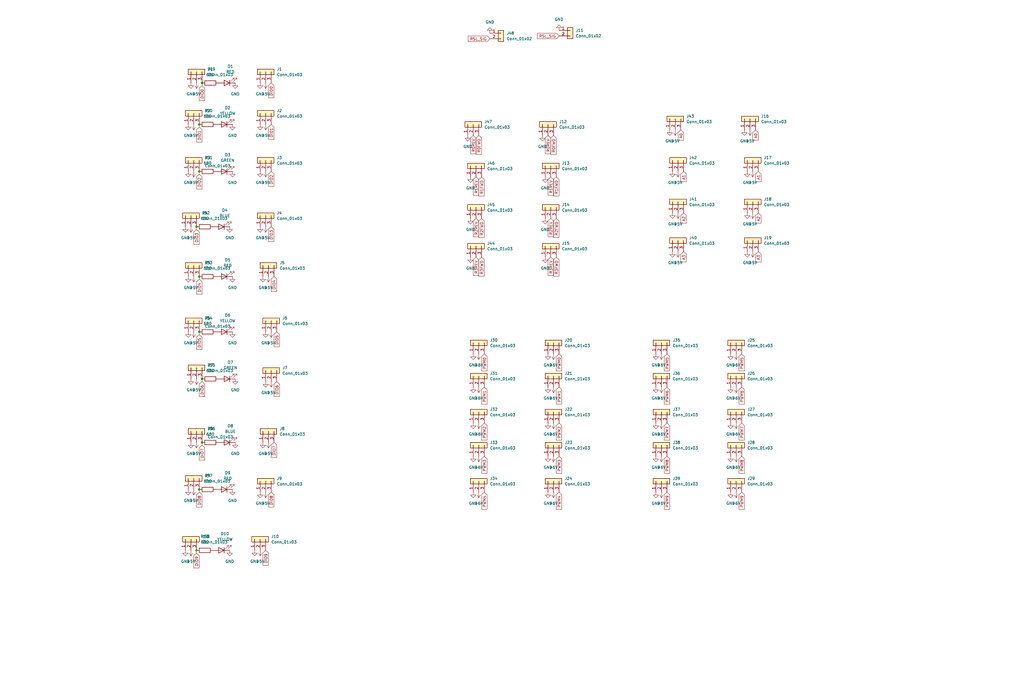
<source format=kicad_sch>
(kicad_sch (version 20230121) (generator eeschema)
  (paper "User" 469.9 317.906)
  (lib_symbols
    (symbol "Connector_Generic:Conn_01x02" (pin_names (offset 1.016) hide)
      (property "Reference" "J" (at 0 2.54 0))
      (property "Value" "Conn_01x02" (at 0 -5.08 0))
      (symbol "Conn_01x02_1_1"
        (rectangle (start -1.27 -2.413) (end 0 -2.667) (stroke (width 0.1524)))
        (rectangle (start -1.27 0.127) (end 0 -0.127) (stroke (width 0.1524)))
        (rectangle (start -1.27 1.27) (end 1.27 -3.81) (stroke (width 0.254)) (fill (type background)))
        (pin passive line (at -5.08 0 0) (length 3.81) (name "Pin_1") (number "1"))
        (pin passive line (at -5.08 -2.54 0) (length 3.81) (name "Pin_2") (number "2"))
      )
    )
    (symbol "Connector_Generic:Conn_01x03" (pin_names (offset 1.016) hide)
      (property "Reference" "J" (at 0 5.08 0))
      (property "Value" "Conn_01x03" (at 0 -5.08 0))
      (symbol "Conn_01x03_1_1"
        (rectangle (start -1.27 -2.413) (end 0 -2.667) (stroke (width 0.1524)))
        (rectangle (start -1.27 0.127) (end 0 -0.127) (stroke (width 0.1524)))
        (rectangle (start -1.27 2.667) (end 0 2.413) (stroke (width 0.1524)))
        (rectangle (start -1.27 3.81) (end 1.27 -3.81) (stroke (width 0.254)) (fill (type background)))
        (pin passive line (at -5.08 2.54 0) (length 3.81) (name "Pin_1") (number "1"))
        (pin passive line (at -5.08 0 0) (length 3.81) (name "Pin_2") (number "2"))
        (pin passive line (at -5.08 -2.54 0) (length 3.81) (name "Pin_3") (number "3"))
      )
    )
    (symbol "Device:LED" (pin_numbers hide) (pin_names (offset 1.016) hide)
      (property "Reference" "D" (at 0 2.54 0))
      (property "Value" "LED" (at 0 -2.54 0))
      (symbol "LED_0_1"
        (polyline (pts (xy -1.27 -1.27) (xy -1.27 1.27)) (stroke (width 0.254)))
        (polyline (pts (xy -1.27 0) (xy 1.27 0)))
        (polyline (pts (xy 1.27 -1.27) (xy 1.27 1.27) (xy -1.27 0) (xy 1.27 -1.27)) (stroke (width 0.254)))
        (polyline (pts (xy -3.048 -0.762) (xy -4.572 -2.286) (xy -3.81 -2.286) (xy -4.572 -2.286) (xy -4.572 -1.524)))
        (polyline (pts (xy -1.778 -0.762) (xy -3.302 -2.286) (xy -2.54 -2.286) (xy -3.302 -2.286) (xy -3.302 -1.524)))
      )
      (symbol "LED_1_1"
        (pin passive line (at -3.81 0 0) (length 2.54) (name "K") (number "1"))
        (pin passive line (at 3.81 0 180) (length 2.54) (name "A") (number "2"))
      )
    )
    (symbol "Device:R" (pin_numbers hide) (pin_names (offset 0))
      (property "Reference" "R" (at 2.032 0 90))
      (property "Value" "R" (at 0 0 90))
      (symbol "R_0_1"
        (rectangle (start -1.016 -2.54) (end 1.016 2.54) (stroke (width 0.254)))
      )
      (symbol "R_1_1"
        (pin passive line (at 0 3.81 270) (length 1.27) (name "~") (number "1"))
        (pin passive line (at 0 -3.81 90) (length 1.27) (name "~") (number "2"))
      )
    )
    (symbol "power:+5V" (power) (pin_names (offset 0))
      (property "Value" "+5V" (at 0 3.556 0))
      (symbol "+5V_0_1"
        (polyline (pts (xy -0.762 1.27) (xy 0 2.54)))
        (polyline (pts (xy 0 0) (xy 0 2.54)))
        (polyline (pts (xy 0 2.54) (xy 0.762 1.27)))
      )
      (symbol "+5V_1_1"
        (pin power_in line (at 0 0 90) (length 0) hide (name "+5V") (number "1"))
      )
    )
    (symbol "power:+6V" (power) (pin_names (offset 0))
      (property "Value" "+6V" (at 0 3.556 0))
      (symbol "+6V_0_1"
        (polyline (pts (xy -0.762 1.27) (xy 0 2.54)))
        (polyline (pts (xy 0 0) (xy 0 2.54)))
        (polyline (pts (xy 0 2.54) (xy 0.762 1.27)))
      )
      (symbol "+6V_1_1"
        (pin power_in line (at 0 0 90) (length 0) hide (name "+6V") (number "1"))
      )
    )
    (symbol "power:GND" (power) (pin_names (offset 0))
      (property "Value" "GND" (at 0 -3.81 0))
      (symbol "GND_0_1"
        (polyline (pts (xy 0 0) (xy 0 -1.27) (xy 1.27 -1.27) (xy 0 -2.54) (xy -1.27 -1.27) (xy 0 -1.27)))
      )
      (symbol "GND_1_1"
        (pin power_in line (at 0 0 270) (length 0) hide (name "GND") (number "1"))
      )
    )
  )
  (junction (at 91.44 224.79))
  (junction (at 91.44 152.4))
  (junction (at 90.17 252.73))
  (junction (at 92.71 173.99))
  (junction (at 92.71 203.2))
  (junction (at 91.44 78.74))
  (junction (at 92.71 38.1))
  (junction (at 90.17 104.14))
  (junction (at 91.44 57.15))
  (junction (at 91.44 127))
  (wire (pts (xy 91.44 58.42) (xy 91.44 57.15)))
  (wire (pts (xy 92.71 175.26) (xy 92.71 173.99)))
  (wire (pts (xy 91.44 128.27) (xy 91.44 127)))
  (wire (pts (xy 92.71 204.47) (xy 92.71 203.2)))
  (wire (pts (xy 91.44 80.01) (xy 91.44 78.74)))
  (wire (pts (xy 90.17 105.41) (xy 90.17 104.14)))
  (wire (pts (xy 91.44 226.06) (xy 91.44 224.79)))
  (wire (pts (xy 91.44 153.67) (xy 91.44 152.4)))
  (wire (pts (xy 92.71 39.37) (xy 92.71 38.1)))
  (wire (pts (xy 90.17 254) (xy 90.17 252.73)))
  (global_label "DIO8" (shape input) (at 91.44 226.06 270) (property "Intersheetrefs" "${INTERSHEET_REFS}" (effects hide)))
  (global_label "DIO9" (shape input) (at 121.92 252.73 270) (property "Intersheetrefs" "${INTERSHEET_REFS}" (effects hide)))
  (global_label "R0REV" (shape input) (at 217.17 62.23 270) (property "Intersheetrefs" "${INTERSHEET_REFS}" (effects hide)))
  (global_label "PWM2" (shape input) (at 222.25 194.31 270) (property "Intersheetrefs" "${INTERSHEET_REFS}" (effects hide)))
  (global_label "R3REV" (shape input) (at 252.73 118.11 270) (property "Intersheetrefs" "${INTERSHEET_REFS}" (effects hide)))
  (global_label "R1FWD" (shape input) (at 255.27 81.28 270) (property "Intersheetrefs" "${INTERSHEET_REFS}" (effects hide)))
  (global_label "R1REV" (shape input) (at 252.73 81.28 270) (property "Intersheetrefs" "${INTERSHEET_REFS}" (effects hide)))
  (global_label "PWM4" (shape input) (at 256.54 226.06 270) (property "Intersheetrefs" "${INTERSHEET_REFS}" (effects hide)))
  (global_label "PWM3" (shape input) (at 256.54 209.55 270) (property "Intersheetrefs" "${INTERSHEET_REFS}" (effects hide)))
  (global_label "DIO2" (shape input) (at 91.44 80.01 270) (property "Intersheetrefs" "${INTERSHEET_REFS}" (effects hide)))
  (global_label "RSL_SIG" (shape input) (at 224.79 17.78 180) (property "Intersheetrefs" "${INTERSHEET_REFS}" (effects hide)))
  (global_label "R1REV" (shape input) (at 218.44 81.28 270) (property "Intersheetrefs" "${INTERSHEET_REFS}" (effects hide)))
  (global_label "PWM1" (shape input) (at 222.25 177.8 270) (property "Intersheetrefs" "${INTERSHEET_REFS}" (effects hide)))
  (global_label "PWM0" (shape input) (at 256.54 162.56 270) (property "Intersheetrefs" "${INTERSHEET_REFS}" (effects hide)))
  (global_label "PWM8" (shape input) (at 306.07 209.55 270) (property "Intersheetrefs" "${INTERSHEET_REFS}" (effects hide)))
  (global_label "R2FWD" (shape input) (at 255.27 100.33 270) (property "Intersheetrefs" "${INTERSHEET_REFS}" (effects hide)))
  (global_label "PWM2" (shape input) (at 256.54 194.31 270) (property "Intersheetrefs" "${INTERSHEET_REFS}" (effects hide)))
  (global_label "DIO5" (shape input) (at 127 152.4 270) (property "Intersheetrefs" "${INTERSHEET_REFS}" (effects hide)))
  (global_label "A0" (shape input) (at 346.71 59.69 270) (property "Intersheetrefs" "${INTERSHEET_REFS}" (effects hide)))
  (global_label "DIO7" (shape input) (at 92.71 204.47 270) (property "Intersheetrefs" "${INTERSHEET_REFS}" (effects hide)))
  (global_label "R0REV" (shape input) (at 251.46 62.23 270) (property "Intersheetrefs" "${INTERSHEET_REFS}" (effects hide)))
  (global_label "A2" (shape input) (at 347.98 97.79 270) (property "Intersheetrefs" "${INTERSHEET_REFS}" (effects hide)))
  (global_label "R3FWD" (shape input) (at 255.27 118.11 270) (property "Intersheetrefs" "${INTERSHEET_REFS}" (effects hide)))
  (global_label "PWM6" (shape input) (at 306.07 177.8 270) (property "Intersheetrefs" "${INTERSHEET_REFS}" (effects hide)))
  (global_label "DIO2" (shape input) (at 124.46 78.74 270) (property "Intersheetrefs" "${INTERSHEET_REFS}" (effects hide)))
  (global_label "DIO1" (shape input) (at 91.44 58.42 270) (property "Intersheetrefs" "${INTERSHEET_REFS}" (effects hide)))
  (global_label "DIO6" (shape input) (at 127 175.26 270) (property "Intersheetrefs" "${INTERSHEET_REFS}" (effects hide)))
  (global_label "DIO4" (shape input) (at 91.44 128.27 270) (property "Intersheetrefs" "${INTERSHEET_REFS}" (effects hide)))
  (global_label "R1FWD" (shape input) (at 220.98 81.28 270) (property "Intersheetrefs" "${INTERSHEET_REFS}" (effects hide)))
  (global_label "A0" (shape input) (at 312.42 59.69 270) (property "Intersheetrefs" "${INTERSHEET_REFS}" (effects hide)))
  (global_label "PWM6" (shape input) (at 340.36 177.8 270) (property "Intersheetrefs" "${INTERSHEET_REFS}" (effects hide)))
  (global_label "DIO4" (shape input) (at 125.73 127 270) (property "Intersheetrefs" "${INTERSHEET_REFS}" (effects hide)))
  (global_label "DIO0" (shape input) (at 92.71 39.37 270) (property "Intersheetrefs" "${INTERSHEET_REFS}" (effects hide)))
  (global_label "R0FWD" (shape input) (at 254 62.23 270) (property "Intersheetrefs" "${INTERSHEET_REFS}" (effects hide)))
  (global_label "DIO0" (shape input) (at 124.46 38.1 270) (property "Intersheetrefs" "${INTERSHEET_REFS}" (effects hide)))
  (global_label "R2REV" (shape input) (at 218.44 100.33 270) (property "Intersheetrefs" "${INTERSHEET_REFS}" (effects hide)))
  (global_label "DIO3" (shape input) (at 90.17 105.41 270) (property "Intersheetrefs" "${INTERSHEET_REFS}" (effects hide)))
  (global_label "R3REV" (shape input) (at 218.44 118.11 270) (property "Intersheetrefs" "${INTERSHEET_REFS}" (effects hide)))
  (global_label "R2REV" (shape input) (at 252.73 100.33 270) (property "Intersheetrefs" "${INTERSHEET_REFS}" (effects hide)))
  (global_label "A1" (shape input) (at 347.98 78.74 270) (property "Intersheetrefs" "${INTERSHEET_REFS}" (effects hide)))
  (global_label "PWM7" (shape input) (at 340.36 194.31 270) (property "Intersheetrefs" "${INTERSHEET_REFS}" (effects hide)))
  (global_label "PWM9" (shape input) (at 340.36 226.06 270) (property "Intersheetrefs" "${INTERSHEET_REFS}" (effects hide)))
  (global_label "DIO7" (shape input) (at 125.73 203.2 270) (property "Intersheetrefs" "${INTERSHEET_REFS}" (effects hide)))
  (global_label "R3FWD" (shape input) (at 220.98 118.11 270) (property "Intersheetrefs" "${INTERSHEET_REFS}" (effects hide)))
  (global_label "DIO1" (shape input) (at 124.46 57.15 270) (property "Intersheetrefs" "${INTERSHEET_REFS}" (effects hide)))
  (global_label "RSL_SIG" (shape input) (at 256.54 16.51 180) (property "Intersheetrefs" "${INTERSHEET_REFS}" (effects hide)))
  (global_label "A2" (shape input) (at 313.69 97.79 270) (property "Intersheetrefs" "${INTERSHEET_REFS}" (effects hide)))
  (global_label "DIO6" (shape input) (at 92.71 175.26 270) (property "Intersheetrefs" "${INTERSHEET_REFS}" (effects hide)))
  (global_label "A1" (shape input) (at 313.69 78.74 270) (property "Intersheetrefs" "${INTERSHEET_REFS}" (effects hide)))
  (global_label "R0FWD" (shape input) (at 219.71 62.23 270) (property "Intersheetrefs" "${INTERSHEET_REFS}" (effects hide)))
  (global_label "PWM5" (shape input) (at 306.07 162.56 270) (property "Intersheetrefs" "${INTERSHEET_REFS}" (effects hide)))
  (global_label "A3" (shape input) (at 313.69 115.57 270) (property "Intersheetrefs" "${INTERSHEET_REFS}" (effects hide)))
  (global_label "PWM4" (shape input) (at 222.25 226.06 270) (property "Intersheetrefs" "${INTERSHEET_REFS}" (effects hide)))
  (global_label "DIO5" (shape input) (at 91.44 153.67 270) (property "Intersheetrefs" "${INTERSHEET_REFS}" (effects hide)))
  (global_label "PWM0" (shape input) (at 222.25 162.56 270) (property "Intersheetrefs" "${INTERSHEET_REFS}" (effects hide)))
  (global_label "DIO3" (shape input) (at 124.46 104.14 270) (property "Intersheetrefs" "${INTERSHEET_REFS}" (effects hide)))
  (global_label "PWM9" (shape input) (at 306.07 226.06 270) (property "Intersheetrefs" "${INTERSHEET_REFS}" (effects hide)))
  (global_label "PWM8" (shape input) (at 340.36 209.55 270) (property "Intersheetrefs" "${INTERSHEET_REFS}" (effects hide)))
  (global_label "R2FWD" (shape input) (at 220.98 100.33 270) (property "Intersheetrefs" "${INTERSHEET_REFS}" (effects hide)))
  (global_label "A3" (shape input) (at 347.98 115.57 270) (property "Intersheetrefs" "${INTERSHEET_REFS}" (effects hide)))
  (global_label "DIO9" (shape input) (at 90.17 254 270) (property "Intersheetrefs" "${INTERSHEET_REFS}" (effects hide)))
  (global_label "PWM5" (shape input) (at 340.36 162.56 270) (property "Intersheetrefs" "${INTERSHEET_REFS}" (effects hide)))
  (global_label "DIO8" (shape input) (at 124.46 226.06 270) (property "Intersheetrefs" "${INTERSHEET_REFS}" (effects hide)))
  (global_label "PWM1" (shape input) (at 256.54 177.8 270) (property "Intersheetrefs" "${INTERSHEET_REFS}" (effects hide)))
  (global_label "PWM3" (shape input) (at 222.25 209.55 270) (property "Intersheetrefs" "${INTERSHEET_REFS}" (effects hide)))
  (global_label "PWM7" (shape input) (at 306.07 194.31 270) (property "Intersheetrefs" "${INTERSHEET_REFS}" (effects hide)))
  (symbol (lib_id "power:GND") (at 106.68 78.74 0) (unit 1)
    (property "Reference" "#PWR0102" (effects hide))
    (property "Value" "GND" (at 106.68 83.82 0))
  )
  (symbol (lib_id "power:+5V") (at 90.17 173.99 180) (unit 1)
    (property "Reference" "#PWR0121" (effects hide))
    (property "Value" "+5V" (at 90.17 179.07 0))
  )
  (symbol (lib_id "power:GND") (at 116.84 252.73 0) (unit 1)
    (property "Reference" "#PWR0145" (effects hide))
    (property "Value" "GND" (at 116.84 257.81 0))
  )
  (symbol (lib_id "power:GND") (at 307.34 59.69 0) (unit 1)
    (property "Reference" "#PWR03" (effects hide))
    (property "Value" "GND" (at 307.34 64.77 0))
  )
  (symbol (lib_id "power:GND") (at 120.65 127 0) (unit 1)
    (property "Reference" "#PWR0140" (effects hide))
    (property "Value" "GND" (at 120.65 132.08 0))
  )
  (symbol (lib_id "power:+5V") (at 90.17 203.2 180) (unit 1)
    (property "Reference" "#PWR0125" (effects hide))
    (property "Value" "+5V" (at 90.17 208.28 0))
  )
  (symbol (lib_id "power:+5V") (at 121.92 78.74 180) (unit 1)
    (property "Reference" "#PWR0131" (effects hide))
    (property "Value" "+5V" (at 121.92 83.82 0))
  )
  (symbol (lib_id "Connector_Generic:Conn_01x03") (at 219.71 157.48 90) (unit 1)
    (property "Reference" "J30" (at 224.79 156.2099 90) (effects (justify right)))
    (property "Value" "Conn_01x03" (at 224.79 158.7499 90) (effects (justify right)))
    (property "Footprint" "Connector_PinSocket_2.54mm:PinSocket_1x03_P2.54mm_Vertical" (effects hide))
  )
  (symbol (lib_id "power:+6V") (at 254 177.8 180) (unit 1)
    (property "Reference" "#PWR0157" (effects hide))
    (property "Value" "+6V" (at 254 182.88 0))
  )
  (symbol (lib_id "Connector_Generic:Conn_01x03") (at 303.53 157.48 90) (unit 1)
    (property "Reference" "J35" (at 308.61 156.2099 90) (effects (justify right)))
    (property "Value" "Conn_01x03" (at 308.61 158.7499 90) (effects (justify right)))
    (property "Footprint" "Connector_PinSocket_2.54mm:PinSocket_1x03_P2.54mm_Vertical" (effects hide))
  )
  (symbol (lib_id "Connector_Generic:Conn_01x03") (at 337.82 172.72 90) (unit 1)
    (property "Reference" "J26" (at 342.9 171.4499 90) (effects (justify right)))
    (property "Value" "Conn_01x03" (at 342.9 173.9899 90) (effects (justify right)))
    (property "Footprint" "Connector_JST:JST_XH_B3B-XH-A_1x03_P2.50mm_Vertical" (effects hide))
  )
  (symbol (lib_id "power:+5V") (at 121.92 57.15 180) (unit 1)
    (property "Reference" "#PWR0136" (effects hide))
    (property "Value" "+5V" (at 121.92 62.23 0))
  )
  (symbol (lib_id "power:+5V") (at 311.15 115.57 180) (unit 1)
    (property "Reference" "#PWR010" (effects hide))
    (property "Value" "+5V" (at 311.15 120.65 0))
  )
  (symbol (lib_id "power:+6V") (at 254 162.56 180) (unit 1)
    (property "Reference" "#PWR0177" (effects hide))
    (property "Value" "+6V" (at 254 167.64 0))
  )
  (symbol (lib_id "power:+6V") (at 219.71 177.8 180) (unit 1)
    (property "Reference" "#PWR0175" (effects hide))
    (property "Value" "+6V" (at 219.71 182.88 0))
  )
  (symbol (lib_id "Connector_Generic:Conn_01x03") (at 345.44 110.49 90) (unit 1)
    (property "Reference" "J19" (at 350.52 109.2199 90) (effects (justify right)))
    (property "Value" "Conn_01x03" (at 350.52 111.7599 90) (effects (justify right)))
    (property "Footprint" "Connector_JST:JST_XH_B3B-XH-A_1x03_P2.50mm_Vertical" (effects hide))
  )
  (symbol (lib_id "Connector_Generic:Conn_01x03") (at 303.53 220.98 90) (unit 1)
    (property "Reference" "J39" (at 308.61 219.7099 90) (effects (justify right)))
    (property "Value" "Conn_01x03" (at 308.61 222.2499 90) (effects (justify right)))
    (property "Footprint" "Connector_PinSocket_2.54mm:PinSocket_1x03_P2.54mm_Vertical" (effects hide))
  )
  (symbol (lib_id "power:GND") (at 251.46 226.06 0) (unit 1)
    (property "Reference" "#PWR0167" (effects hide))
    (property "Value" "GND" (at 251.46 231.14 0))
  )
  (symbol (lib_id "Device:LED") (at 102.87 127 180) (unit 1)
    (property "Reference" "D5" (at 104.4575 119.38 0))
    (property "Value" "RED" (at 104.4575 121.92 0))
    (property "Footprint" "LED_SMD:LED_0603_1608Metric" (effects hide))
  )
  (symbol (lib_id "power:GND") (at 87.63 38.1 0) (unit 1)
    (property "Reference" "#PWR0106" (effects hide))
    (property "Value" "GND" (at 87.63 43.18 0))
  )
  (symbol (lib_id "power:+6V") (at 337.82 226.06 180) (unit 1)
    (property "Reference" "#PWR0196" (effects hide))
    (property "Value" "+6V" (at 337.82 231.14 0))
  )
  (symbol (lib_id "power:GND") (at 121.92 152.4 0) (unit 1)
    (property "Reference" "#PWR0138" (effects hide))
    (property "Value" "GND" (at 121.92 157.48 0))
  )
  (symbol (lib_id "power:+5V") (at 123.19 203.2 180) (unit 1)
    (property "Reference" "#PWR0149" (effects hide))
    (property "Value" "+5V" (at 123.19 208.28 0))
  )
  (symbol (lib_id "Connector_Generic:Conn_01x03") (at 337.82 220.98 90) (unit 1)
    (property "Reference" "J29" (at 342.9 219.7099 90) (effects (justify right)))
    (property "Value" "Conn_01x03" (at 342.9 222.2499 90) (effects (justify right)))
    (property "Footprint" "Connector_JST:JST_XH_B3B-XH-A_1x03_P2.50mm_Vertical" (effects hide))
  )
  (symbol (lib_id "power:GND") (at 86.36 127 0) (unit 1)
    (property "Reference" "#PWR0111" (effects hide))
    (property "Value" "GND" (at 86.36 132.08 0))
  )
  (symbol (lib_id "Device:R") (at 93.98 104.14 90) (unit 1)
    (property "Reference" "R4" (at 93.98 97.79 90))
    (property "Value" "680" (at 93.98 100.33 90))
    (property "Footprint" "Resistor_SMD:R_0603_1608Metric" (effects hide))
  )
  (symbol (lib_id "Connector_Generic:Conn_01x03") (at 218.44 95.25 90) (unit 1)
    (property "Reference" "J45" (at 223.52 93.9799 90) (effects (justify right)))
    (property "Value" "Conn_01x03" (at 223.52 96.5199 90) (effects (justify right)))
    (property "Footprint" "Connector_PinSocket_2.54mm:PinSocket_1x03_P2.54mm_Vertical" (effects hide))
  )
  (symbol (lib_id "power:+5V") (at 309.88 59.69 180) (unit 1)
    (property "Reference" "#PWR07" (effects hide))
    (property "Value" "+5V" (at 309.88 64.77 0))
  )
  (symbol (lib_id "power:GND") (at 256.54 13.97 180) (unit 1)
    (property "Reference" "#PWR02" (effects hide))
    (property "Value" "GND" (at 256.54 8.89 0))
  )
  (symbol (lib_id "Device:LED") (at 104.14 203.2 180) (unit 1)
    (property "Reference" "D8" (at 105.7275 195.58 0))
    (property "Value" "BLUE" (at 105.7275 198.12 0))
    (property "Footprint" "LED_SMD:LED_0603_1608Metric" (effects hide))
  )
  (symbol (lib_id "Device:R") (at 95.25 152.4 90) (unit 1)
    (property "Reference" "R6" (at 95.25 146.05 90))
    (property "Value" "680" (at 95.25 148.59 90))
    (property "Footprint" "Resistor_SMD:R_0603_1608Metric" (effects hide))
  )
  (symbol (lib_id "Device:R") (at 95.25 78.74 90) (unit 1)
    (property "Reference" "R3" (at 95.25 72.39 90))
    (property "Value" "680" (at 95.25 74.93 90))
    (property "Footprint" "Resistor_SMD:R_0603_1608Metric" (effects hide))
  )
  (symbol (lib_id "power:GND") (at 250.19 118.11 0) (unit 1)
    (property "Reference" "#PWR0158" (effects hide))
    (property "Value" "GND" (at 250.19 123.19 0))
  )
  (symbol (lib_id "Connector_Generic:Conn_01x03") (at 303.53 204.47 90) (unit 1)
    (property "Reference" "J38" (at 308.61 203.1999 90) (effects (justify right)))
    (property "Value" "Conn_01x03" (at 308.61 205.7399 90) (effects (justify right)))
    (property "Footprint" "Connector_PinSocket_2.54mm:PinSocket_1x03_P2.54mm_Vertical" (effects hide))
  )
  (symbol (lib_id "power:GND") (at 106.68 152.4 0) (unit 1)
    (property "Reference" "#PWR0120" (effects hide))
    (property "Value" "GND" (at 106.68 157.48 0))
  )
  (symbol (lib_id "Connector_Generic:Conn_01x03") (at 90.17 198.12 90) (unit 1)
    (property "Reference" "J56" (at 95.25 196.8499 90) (effects (justify right)))
    (property "Value" "Conn_01x03" (at 95.25 200.6599 90) (effects (justify right)))
    (property "Footprint" "Connector_PinSocket_2.54mm:PinSocket_1x03_P2.54mm_Vertical" (effects hide))
  )
  (symbol (lib_id "power:GND") (at 342.9 78.74 0) (unit 1)
    (property "Reference" "#PWR012" (effects hide))
    (property "Value" "GND" (at 342.9 83.82 0))
  )
  (symbol (lib_id "power:GND") (at 119.38 104.14 0) (unit 1)
    (property "Reference" "#PWR0141" (effects hide))
    (property "Value" "GND" (at 119.38 109.22 0))
  )
  (symbol (lib_id "power:+5V") (at 87.63 104.14 180) (unit 1)
    (property "Reference" "#PWR0109" (effects hide))
    (property "Value" "+5V" (at 87.63 109.22 0))
  )
  (symbol (lib_id "Device:R") (at 95.25 127 90) (unit 1)
    (property "Reference" "R5" (at 95.25 120.65 90))
    (property "Value" "680" (at 95.25 123.19 90))
    (property "Footprint" "Resistor_SMD:R_0603_1608Metric" (effects hide))
  )
  (symbol (lib_id "power:GND") (at 215.9 81.28 0) (unit 1)
    (property "Reference" "#PWR0159" (effects hide))
    (property "Value" "GND" (at 215.9 86.36 0))
  )
  (symbol (lib_id "power:+5V") (at 124.46 175.26 180) (unit 1)
    (property "Reference" "#PWR0148" (effects hide))
    (property "Value" "+5V" (at 124.46 180.34 0))
  )
  (symbol (lib_id "power:GND") (at 86.36 224.79 0) (unit 1)
    (property "Reference" "#PWR0128" (effects hide))
    (property "Value" "GND" (at 86.36 229.87 0))
  )
  (symbol (lib_id "power:+5V") (at 311.15 78.74 180) (unit 1)
    (property "Reference" "#PWR08" (effects hide))
    (property "Value" "+5V" (at 311.15 83.82 0))
  )
  (symbol (lib_id "Connector_Generic:Conn_01x02") (at 229.87 15.24 0) (unit 1)
    (property "Reference" "J48" (at 232.41 15.2399 0) (effects (justify left)))
    (property "Value" "Conn_01x02" (at 232.41 17.7799 0) (effects (justify left)))
    (property "Footprint" "Connector_PinSocket_2.54mm:PinSocket_1x02_P2.54mm_Vertical" (effects hide))
  )
  (symbol (lib_id "Connector_Generic:Conn_01x03") (at 124.46 170.18 90) (unit 1)
    (property "Reference" "J7" (at 129.54 168.9099 90) (effects (justify right)))
    (property "Value" "Conn_01x03" (at 129.54 171.4499 90) (effects (justify right)))
    (property "Footprint" "Connector_JST:JST_XH_B3B-XH-A_1x03_P2.50mm_Vertical" (effects hide))
  )
  (symbol (lib_id "power:+6V") (at 219.71 226.06 180) (unit 1)
    (property "Reference" "#PWR0171" (effects hide))
    (property "Value" "+6V" (at 219.71 231.14 0))
  )
  (symbol (lib_id "Connector_Generic:Conn_01x03") (at 345.44 92.71 90) (unit 1)
    (property "Reference" "J18" (at 350.52 91.4399 90) (effects (justify right)))
    (property "Value" "Conn_01x03" (at 350.52 93.9799 90) (effects (justify right)))
    (property "Footprint" "Connector_JST:JST_XH_B3B-XH-A_1x03_P2.50mm_Vertical" (effects hide))
  )
  (symbol (lib_id "Connector_Generic:Conn_01x03") (at 303.53 172.72 90) (unit 1)
    (property "Reference" "J36" (at 308.61 171.4499 90) (effects (justify right)))
    (property "Value" "Conn_01x03" (at 308.61 173.9899 90) (effects (justify right)))
    (property "Footprint" "Connector_PinSocket_2.54mm:PinSocket_1x03_P2.54mm_Vertical" (effects hide))
  )
  (symbol (lib_id "Connector_Generic:Conn_01x03") (at 311.15 92.71 90) (unit 1)
    (property "Reference" "J41" (at 316.23 91.4399 90) (effects (justify right)))
    (property "Value" "Conn_01x03" (at 316.23 93.9799 90) (effects (justify right)))
    (property "Footprint" "Connector_PinSocket_2.54mm:PinSocket_1x03_P2.54mm_Vertical" (effects hide))
  )
  (symbol (lib_id "power:GND") (at 217.17 162.56 0) (unit 1)
    (property "Reference" "#PWR0174" (effects hide))
    (property "Value" "GND" (at 217.17 167.64 0))
  )
  (symbol (lib_id "Device:LED") (at 101.6 252.73 180) (unit 1)
    (property "Reference" "D10" (at 103.1875 245.11 0))
    (property "Value" "YELLOW" (at 103.1875 247.65 0))
    (property "Footprint" "LED_SMD:LED_0603_1608Metric" (effects hide))
  )
  (symbol (lib_id "power:GND") (at 105.41 104.14 0) (unit 1)
    (property "Reference" "#PWR0122" (effects hide))
    (property "Value" "GND" (at 105.41 109.22 0))
  )
  (symbol (lib_id "Connector_Generic:Conn_01x03") (at 119.38 247.65 90) (unit 1)
    (property "Reference" "J10" (at 124.46 246.3799 90) (effects (justify right)))
    (property "Value" "Conn_01x03" (at 124.46 248.9199 90) (effects (justify right)))
    (property "Footprint" "Connector_JST:JST_XH_B3B-XH-A_1x03_P2.50mm_Vertical" (effects hide))
  )
  (symbol (lib_id "power:GND") (at 342.9 115.57 0) (unit 1)
    (property "Reference" "#PWR014" (effects hide))
    (property "Value" "GND" (at 342.9 120.65 0))
  )
  (symbol (lib_id "Device:LED") (at 101.6 104.14 180) (unit 1)
    (property "Reference" "D4" (at 103.1875 96.52 0))
    (property "Value" "BLUE" (at 103.1875 99.06 0))
    (property "Footprint" "LED_SMD:LED_0603_1608Metric" (effects hide))
  )
  (symbol (lib_id "power:+6V") (at 303.53 194.31 180) (unit 1)
    (property "Reference" "#PWR0197" (effects hide))
    (property "Value" "+6V" (at 303.53 199.39 0))
  )
  (symbol (lib_id "power:+5V") (at 121.92 226.06 180) (unit 1)
    (property "Reference" "#PWR0143" (effects hide))
    (property "Value" "+5V" (at 121.92 231.14 0))
  )
  (symbol (lib_id "Connector_Generic:Conn_01x03") (at 337.82 204.47 90) (unit 1)
    (property "Reference" "J28" (at 342.9 203.1999 90) (effects (justify right)))
    (property "Value" "Conn_01x03" (at 342.9 205.7399 90) (effects (justify right)))
    (property "Footprint" "Connector_JST:JST_XH_B3B-XH-A_1x03_P2.50mm_Vertical" (effects hide))
  )
  (symbol (lib_id "power:GND") (at 87.63 203.2 0) (unit 1)
    (property "Reference" "#PWR0115" (effects hide))
    (property "Value" "GND" (at 87.63 208.28 0))
  )
  (symbol (lib_id "Connector_Generic:Conn_01x03") (at 254 204.47 90) (unit 1)
    (property "Reference" "J23" (at 259.08 203.1999 90) (effects (justify right)))
    (property "Value" "Conn_01x03" (at 259.08 205.7399 90) (effects (justify right)))
    (property "Footprint" "Connector_JST:JST_XH_B3B-XH-A_1x03_P2.50mm_Vertical" (effects hide))
  )
  (symbol (lib_id "Connector_Generic:Conn_01x03") (at 254 157.48 90) (unit 1)
    (property "Reference" "J20" (at 259.08 156.2099 90) (effects (justify right)))
    (property "Value" "Conn_01x03" (at 259.08 158.7499 90) (effects (justify right)))
    (property "Footprint" "Connector_JST:JST_XH_B3B-XH-A_1x03_P2.50mm_Vertical" (effects hide))
  )
  (symbol (lib_id "power:+6V") (at 254 226.06 180) (unit 1)
    (property "Reference" "#PWR0166" (effects hide))
    (property "Value" "+6V" (at 254 231.14 0))
  )
  (symbol (lib_id "Connector_Generic:Conn_01x03") (at 121.92 73.66 90) (unit 1)
    (property "Reference" "J3" (at 127 72.3899 90) (effects (justify right)))
    (property "Value" "Conn_01x03" (at 127 74.9299 90) (effects (justify right)))
    (property "Footprint" "Connector_JST:JST_XH_B3B-XH-A_1x03_P2.50mm_Vertical" (effects hide))
  )
  (symbol (lib_id "power:GND") (at 251.46 177.8 0) (unit 1)
    (property "Reference" "#PWR0156" (effects hide))
    (property "Value" "GND" (at 251.46 182.88 0))
  )
  (symbol (lib_id "power:GND") (at 300.99 209.55 0) (unit 1)
    (property "Reference" "#PWR0179" (effects hide))
    (property "Value" "GND" (at 300.99 214.63 0))
  )
  (symbol (lib_id "power:GND") (at 308.61 78.74 0) (unit 1)
    (property "Reference" "#PWR04" (effects hide))
    (property "Value" "GND" (at 308.61 83.82 0))
  )
  (symbol (lib_id "Connector_Generic:Conn_01x03") (at 251.46 57.15 90) (unit 1)
    (property "Reference" "J12" (at 256.54 55.8799 90) (effects (justify right)))
    (property "Value" "Conn_01x03" (at 256.54 58.4199 90) (effects (justify right)))
    (property "Footprint" "Connector_JST:JST_XH_B3B-XH-A_1x03_P2.50mm_Vertical" (effects hide))
  )
  (symbol (lib_id "power:GND") (at 217.17 177.8 0) (unit 1)
    (property "Reference" "#PWR0176" (effects hide))
    (property "Value" "GND" (at 217.17 182.88 0))
  )
  (symbol (lib_id "Connector_Generic:Conn_01x03") (at 337.82 189.23 90) (unit 1)
    (property "Reference" "J27" (at 342.9 187.9599 90) (effects (justify right)))
    (property "Value" "Conn_01x03" (at 342.9 190.4999 90) (effects (justify right)))
    (property "Footprint" "Connector_JST:JST_XH_B3B-XH-A_1x03_P2.50mm_Vertical" (effects hide))
  )
  (symbol (lib_id "Device:LED") (at 102.87 78.74 180) (unit 1)
    (property "Reference" "D3" (at 104.4575 71.12 0))
    (property "Value" "GREEN" (at 104.4575 73.66 0))
    (property "Footprint" "LED_SMD:LED_0603_1608Metric" (effects hide))
  )
  (symbol (lib_id "Connector_Generic:Conn_01x03") (at 254 172.72 90) (unit 1)
    (property "Reference" "J21" (at 259.08 171.4499 90) (effects (justify right)))
    (property "Value" "Conn_01x03" (at 259.08 173.9899 90) (effects (justify right)))
    (property "Footprint" "Connector_JST:JST_XH_B3B-XH-A_1x03_P2.50mm_Vertical" (effects hide))
  )
  (symbol (lib_id "power:GND") (at 85.09 104.14 0) (unit 1)
    (property "Reference" "#PWR0110" (effects hide))
    (property "Value" "GND" (at 85.09 109.22 0))
  )
  (symbol (lib_id "power:+5V") (at 121.92 38.1 180) (unit 1)
    (property "Reference" "#PWR0133" (effects hide))
    (property "Value" "+5V" (at 121.92 43.18 0))
  )
  (symbol (lib_id "power:GND") (at 86.36 78.74 0) (unit 1)
    (property "Reference" "#PWR0104" (effects hide))
    (property "Value" "GND" (at 86.36 83.82 0))
  )
  (symbol (lib_id "Connector_Generic:Conn_01x03") (at 254 189.23 90) (unit 1)
    (property "Reference" "J22" (at 259.08 187.9599 90) (effects (justify right)))
    (property "Value" "Conn_01x03" (at 259.08 190.4999 90) (effects (justify right)))
    (property "Footprint" "Connector_JST:JST_XH_B3B-XH-A_1x03_P2.50mm_Vertical" (effects hide))
  )
  (symbol (lib_id "Connector_Generic:Conn_01x03") (at 303.53 189.23 90) (unit 1)
    (property "Reference" "J37" (at 308.61 187.9599 90) (effects (justify right)))
    (property "Value" "Conn_01x03" (at 308.61 190.4999 90) (effects (justify right)))
    (property "Footprint" "Connector_PinSocket_2.54mm:PinSocket_1x03_P2.54mm_Vertical" (effects hide))
  )
  (symbol (lib_id "Connector_Generic:Conn_01x03") (at 311.15 110.49 90) (unit 1)
    (property "Reference" "J40" (at 316.23 109.2199 90) (effects (justify right)))
    (property "Value" "Conn_01x03" (at 316.23 111.7599 90) (effects (justify right)))
    (property "Footprint" "Connector_PinSocket_2.54mm:PinSocket_1x03_P2.54mm_Vertical" (effects hide))
  )
  (symbol (lib_id "power:GND") (at 335.28 162.56 0) (unit 1)
    (property "Reference" "#PWR0183" (effects hide))
    (property "Value" "GND" (at 335.28 167.64 0))
  )
  (symbol (lib_id "power:GND") (at 335.28 226.06 0) (unit 1)
    (property "Reference" "#PWR0195" (effects hide))
    (property "Value" "GND" (at 335.28 231.14 0))
  )
  (symbol (lib_id "Connector_Generic:Conn_01x03") (at 121.92 52.07 90) (unit 1)
    (property "Reference" "J2" (at 127 50.7999 90) (effects (justify right)))
    (property "Value" "Conn_01x03" (at 127 53.3399 90) (effects (justify right)))
    (property "Footprint" "Connector_JST:JST_XH_B3B-XH-A_1x03_P2.50mm_Vertical" (effects hide))
  )
  (symbol (lib_id "power:+5V") (at 345.44 115.57 180) (unit 1)
    (property "Reference" "#PWR018" (effects hide))
    (property "Value" "+5V" (at 345.44 120.65 0))
  )
  (symbol (lib_id "power:GND") (at 120.65 203.2 0) (unit 1)
    (property "Reference" "#PWR0150" (effects hide))
    (property "Value" "GND" (at 120.65 208.28 0))
  )
  (symbol (lib_id "power:GND") (at 308.61 115.57 0) (unit 1)
    (property "Reference" "#PWR06" (effects hide))
    (property "Value" "GND" (at 308.61 120.65 0))
  )
  (symbol (lib_id "Connector_Generic:Conn_01x02") (at 261.62 13.97 0) (unit 1)
    (property "Reference" "J11" (at 264.16 13.9699 0) (effects (justify left)))
    (property "Value" "Conn_01x02" (at 264.16 16.5099 0) (effects (justify left)))
    (property "Footprint" "Connector_JST:JST_XH_B2B-XH-A_1x02_P2.50mm_Vertical" (effects hide))
  )
  (symbol (lib_id "power:GND") (at 251.46 162.56 0) (unit 1)
    (property "Reference" "#PWR0178" (effects hide))
    (property "Value" "GND" (at 251.46 167.64 0))
  )
  (symbol (lib_id "Connector_Generic:Conn_01x03") (at 121.92 33.02 90) (unit 1)
    (property "Reference" "J1" (at 127 31.7499 90) (effects (justify right)))
    (property "Value" "Conn_01x03" (at 127 34.2899 90) (effects (justify right)))
    (property "Footprint" "Connector_JST:JST_XH_B3B-XH-A_1x03_P2.50mm_Vertical" (effects hide))
  )
  (symbol (lib_id "Connector_Generic:Conn_01x03") (at 124.46 147.32 90) (unit 1)
    (property "Reference" "J6" (at 129.54 146.0499 90) (effects (justify right)))
    (property "Value" "Conn_01x03" (at 129.54 148.5899 90) (effects (justify right)))
    (property "Footprint" "Connector_JST:JST_XH_B3B-XH-A_1x03_P2.50mm_Vertical" (effects hide))
  )
  (symbol (lib_id "power:+5V") (at 88.9 78.74 180) (unit 1)
    (property "Reference" "#PWR0103" (effects hide))
    (property "Value" "+5V" (at 88.9 83.82 0))
  )
  (symbol (lib_id "power:GND") (at 214.63 62.23 0) (unit 1)
    (property "Reference" "#PWR0161" (effects hide))
    (property "Value" "GND" (at 214.63 67.31 0))
  )
  (symbol (lib_id "power:+6V") (at 337.82 194.31 180) (unit 1)
    (property "Reference" "#PWR0192" (effects hide))
    (property "Value" "+6V" (at 337.82 199.39 0))
  )
  (symbol (lib_id "power:GND") (at 342.9 97.79 0) (unit 1)
    (property "Reference" "#PWR013" (effects hide))
    (property "Value" "GND" (at 342.9 102.87 0))
  )
  (symbol (lib_id "power:GND") (at 119.38 226.06 0) (unit 1)
    (property "Reference" "#PWR0144" (effects hide))
    (property "Value" "GND" (at 119.38 231.14 0))
  )
  (symbol (lib_id "power:GND") (at 119.38 57.15 0) (unit 1)
    (property "Reference" "#PWR0134" (effects hide))
    (property "Value" "GND" (at 119.38 62.23 0))
  )
  (symbol (lib_id "power:+6V") (at 254 194.31 180) (unit 1)
    (property "Reference" "#PWR0154" (effects hide))
    (property "Value" "+6V" (at 254 199.39 0))
  )
  (symbol (lib_id "power:+5V") (at 345.44 97.79 180) (unit 1)
    (property "Reference" "#PWR017" (effects hide))
    (property "Value" "+5V" (at 345.44 102.87 0))
  )
  (symbol (lib_id "Connector_Generic:Conn_01x03") (at 87.63 99.06 90) (unit 1)
    (property "Reference" "J52" (at 92.71 97.7899 90) (effects (justify right)))
    (property "Value" "Conn_01x03" (at 92.71 100.3299 90) (effects (justify right)))
    (property "Footprint" "Connector_PinSocket_2.54mm:PinSocket_1x03_P2.54mm_Vertical" (effects hide))
  )
  (symbol (lib_id "Device:LED") (at 104.14 173.99 180) (unit 1)
    (property "Reference" "D7" (at 105.7275 166.37 0))
    (property "Value" "GREEN" (at 105.7275 168.91 0))
    (property "Footprint" "LED_SMD:LED_0603_1608Metric" (effects hide))
  )
  (symbol (lib_id "Device:LED") (at 102.87 57.15 180) (unit 1)
    (property "Reference" "D2" (at 104.4575 49.53 0))
    (property "Value" "YELLOW" (at 104.4575 52.07 0))
    (property "Footprint" "LED_SMD:LED_0603_1608Metric" (effects hide))
  )
  (symbol (lib_id "power:+5V") (at 345.44 78.74 180) (unit 1)
    (property "Reference" "#PWR016" (effects hide))
    (property "Value" "+5V" (at 345.44 83.82 0))
  )
  (symbol (lib_id "power:GND") (at 250.19 81.28 0) (unit 1)
    (property "Reference" "#PWR0164" (effects hide))
    (property "Value" "GND" (at 250.19 86.36 0))
  )
  (symbol (lib_id "power:+6V") (at 303.53 177.8 180) (unit 1)
    (property "Reference" "#PWR0188" (effects hide))
    (property "Value" "+6V" (at 303.53 182.88 0))
  )
  (symbol (lib_id "Connector_Generic:Conn_01x03") (at 344.17 54.61 90) (unit 1)
    (property "Reference" "J16" (at 349.25 53.3399 90) (effects (justify right)))
    (property "Value" "Conn_01x03" (at 349.25 55.8799 90) (effects (justify right)))
    (property "Footprint" "Connector_JST:JST_XH_B3B-XH-A_1x03_P2.50mm_Vertical" (effects hide))
  )
  (symbol (lib_id "Connector_Generic:Conn_01x03") (at 252.73 76.2 90) (unit 1)
    (property "Reference" "J13" (at 257.81 74.9299 90) (effects (justify right)))
    (property "Value" "Conn_01x03" (at 257.81 77.4699 90) (effects (justify right)))
    (property "Footprint" "Connector_JST:JST_XH_B3B-XH-A_1x03_P2.50mm_Vertical" (effects hide))
  )
  (symbol (lib_id "power:GND") (at 119.38 78.74 0) (unit 1)
    (property "Reference" "#PWR0135" (effects hide))
    (property "Value" "GND" (at 119.38 83.82 0))
  )
  (symbol (lib_id "power:GND") (at 106.68 224.79 0) (unit 1)
    (property "Reference" "#PWR0126" (effects hide))
    (property "Value" "GND" (at 106.68 229.87 0))
  )
  (symbol (lib_id "power:GND") (at 217.17 194.31 0) (unit 1)
    (property "Reference" "#PWR0160" (effects hide))
    (property "Value" "GND" (at 217.17 199.39 0))
  )
  (symbol (lib_id "power:+6V") (at 219.71 209.55 180) (unit 1)
    (property "Reference" "#PWR0170" (effects hide))
    (property "Value" "+6V" (at 219.71 214.63 0))
  )
  (symbol (lib_id "power:GND") (at 106.68 57.15 0) (unit 1)
    (property "Reference" "#PWR0101" (effects hide))
    (property "Value" "GND" (at 106.68 62.23 0))
  )
  (symbol (lib_id "power:GND") (at 107.95 203.2 0) (unit 1)
    (property "Reference" "#PWR0118" (effects hide))
    (property "Value" "GND" (at 107.95 208.28 0))
  )
  (symbol (lib_id "power:+5V") (at 88.9 224.79 180) (unit 1)
    (property "Reference" "#PWR0127" (effects hide))
    (property "Value" "+5V" (at 88.9 229.87 0))
  )
  (symbol (lib_id "power:+5V") (at 123.19 127 180) (unit 1)
    (property "Reference" "#PWR0137" (effects hide))
    (property "Value" "+5V" (at 123.19 132.08 0))
  )
  (symbol (lib_id "Device:R") (at 95.25 224.79 90) (unit 1)
    (property "Reference" "R9" (at 95.25 218.44 90))
    (property "Value" "680" (at 95.25 220.98 90))
    (property "Footprint" "Resistor_SMD:R_0603_1608Metric" (effects hide))
  )
  (symbol (lib_id "Connector_Generic:Conn_01x03") (at 345.44 73.66 90) (unit 1)
    (property "Reference" "J17" (at 350.52 72.3899 90) (effects (justify right)))
    (property "Value" "Conn_01x03" (at 350.52 74.9299 90) (effects (justify right)))
    (property "Footprint" "Connector_JST:JST_XH_B3B-XH-A_1x03_P2.50mm_Vertical" (effects hide))
  )
  (symbol (lib_id "Connector_Generic:Conn_01x03") (at 252.73 113.03 90) (unit 1)
    (property "Reference" "J15" (at 257.81 111.7599 90) (effects (justify right)))
    (property "Value" "Conn_01x03" (at 257.81 114.2999 90) (effects (justify right)))
    (property "Footprint" "Connector_JST:JST_XH_B3B-XH-A_1x03_P2.50mm_Vertical" (effects hide))
  )
  (symbol (lib_id "power:GND") (at 121.92 175.26 0) (unit 1)
    (property "Reference" "#PWR0147" (effects hide))
    (property "Value" "GND" (at 121.92 180.34 0))
  )
  (symbol (lib_id "Connector_Generic:Conn_01x03") (at 252.73 95.25 90) (unit 1)
    (property "Reference" "J14" (at 257.81 93.9799 90) (effects (justify right)))
    (property "Value" "Conn_01x03" (at 257.81 96.5199 90) (effects (justify right)))
    (property "Footprint" "Connector_JST:JST_XH_B3B-XH-A_1x03_P2.50mm_Vertical" (effects hide))
  )
  (symbol (lib_id "power:GND") (at 85.09 252.73 0) (unit 1)
    (property "Reference" "#PWR0123" (effects hide))
    (property "Value" "GND" (at 85.09 257.81 0))
  )
  (symbol (lib_id "Connector_Generic:Conn_01x03") (at 88.9 147.32 90) (unit 1)
    (property "Reference" "J54" (at 93.98 146.0499 90) (effects (justify right)))
    (property "Value" "Conn_01x03" (at 93.98 149.8599 90) (effects (justify right)))
    (property "Footprint" "Connector_PinSocket_2.54mm:PinSocket_1x03_P2.54mm_Vertical" (effects hide))
  )
  (symbol (lib_id "power:+6V") (at 337.82 209.55 180) (unit 1)
    (property "Reference" "#PWR0193" (effects hide))
    (property "Value" "+6V" (at 337.82 214.63 0))
  )
  (symbol (lib_id "power:GND") (at 335.28 194.31 0) (unit 1)
    (property "Reference" "#PWR0189" (effects hide))
    (property "Value" "GND" (at 335.28 199.39 0))
  )
  (symbol (lib_id "Connector_Generic:Conn_01x03") (at 121.92 220.98 90) (unit 1)
    (property "Reference" "J9" (at 127 219.7099 90) (effects (justify right)))
    (property "Value" "Conn_01x03" (at 127 222.2499 90) (effects (justify right)))
    (property "Footprint" "Connector_JST:JST_XH_B3B-XH-A_1x03_P2.50mm_Vertical" (effects hide))
  )
  (symbol (lib_id "power:+6V") (at 303.53 226.06 180) (unit 1)
    (property "Reference" "#PWR0181" (effects hide))
    (property "Value" "+6V" (at 303.53 231.14 0))
  )
  (symbol (lib_id "power:GND") (at 300.99 177.8 0) (unit 1)
    (property "Reference" "#PWR0186" (effects hide))
    (property "Value" "GND" (at 300.99 182.88 0))
  )
  (symbol (lib_id "Connector_Generic:Conn_01x03") (at 219.71 220.98 90) (unit 1)
    (property "Reference" "J34" (at 224.79 219.7099 90) (effects (justify right)))
    (property "Value" "Conn_01x03" (at 224.79 222.2499 90) (effects (justify right)))
    (property "Footprint" "Connector_PinSocket_2.54mm:PinSocket_1x03_P2.54mm_Vertical" (effects hide))
  )
  (symbol (lib_id "Connector_Generic:Conn_01x03") (at 90.17 33.02 90) (unit 1)
    (property "Reference" "J49" (at 95.25 31.7499 90) (effects (justify right)))
    (property "Value" "Conn_01x03" (at 95.25 34.2899 90) (effects (justify right)))
    (property "Footprint" "Connector_PinSocket_2.54mm:PinSocket_1x03_P2.54mm_Vertical" (effects hide))
  )
  (symbol (lib_id "Connector_Generic:Conn_01x03") (at 88.9 73.66 90) (unit 1)
    (property "Reference" "J51" (at 93.98 72.3899 90) (effects (justify right)))
    (property "Value" "Conn_01x03" (at 93.98 76.1999 90) (effects (justify right)))
    (property "Footprint" "Connector_PinSocket_2.54mm:PinSocket_1x03_P2.54mm_Vertical" (effects hide))
  )
  (symbol (lib_id "Device:LED") (at 104.14 38.1 180) (unit 1)
    (property "Reference" "D1" (at 105.7275 30.48 0))
    (property "Value" "RED" (at 105.7275 33.02 0))
    (property "Footprint" "LED_SMD:LED_0603_1608Metric" (effects hide))
  )
  (symbol (lib_id "power:GND") (at 107.95 173.99 0) (unit 1)
    (property "Reference" "#PWR0116" (effects hide))
    (property "Value" "GND" (at 107.95 179.07 0))
  )
  (symbol (lib_id "Connector_Generic:Conn_01x03") (at 219.71 204.47 90) (unit 1)
    (property "Reference" "J33" (at 224.79 203.1999 90) (effects (justify right)))
    (property "Value" "Conn_01x03" (at 224.79 205.7399 90) (effects (justify right)))
    (property "Footprint" "Connector_PinSocket_2.54mm:PinSocket_1x03_P2.54mm_Vertical" (effects hide))
  )
  (symbol (lib_id "power:+6V") (at 337.82 177.8 180) (unit 1)
    (property "Reference" "#PWR0190" (effects hide))
    (property "Value" "+6V" (at 337.82 182.88 0))
  )
  (symbol (lib_id "power:+6V") (at 303.53 162.56 180) (unit 1)
    (property "Reference" "#PWR0187" (effects hide))
    (property "Value" "+6V" (at 303.53 167.64 0))
  )
  (symbol (lib_id "power:GND") (at 107.95 38.1 0) (unit 1)
    (property "Reference" "#PWR0124" (effects hide))
    (property "Value" "GND" (at 107.95 43.18 0))
  )
  (symbol (lib_id "power:GND") (at 300.99 162.56 0) (unit 1)
    (property "Reference" "#PWR0185" (effects hide))
    (property "Value" "GND" (at 300.99 167.64 0))
  )
  (symbol (lib_id "Device:R") (at 95.25 57.15 90) (unit 1)
    (property "Reference" "R2" (at 95.25 50.8 90))
    (property "Value" "680" (at 95.25 53.34 90))
    (property "Footprint" "Resistor_SMD:R_0603_1608Metric" (effects hide))
  )
  (symbol (lib_id "power:GND") (at 308.61 97.79 0) (unit 1)
    (property "Reference" "#PWR05" (effects hide))
    (property "Value" "GND" (at 308.61 102.87 0))
  )
  (symbol (lib_id "Device:R") (at 93.98 252.73 90) (unit 1)
    (property "Reference" "R10" (at 93.98 246.38 90))
    (property "Value" "680" (at 93.98 248.92 90))
    (property "Footprint" "Resistor_SMD:R_0603_1608Metric" (effects hide))
  )
  (symbol (lib_id "power:+5V") (at 88.9 127 180) (unit 1)
    (property "Reference" "#PWR0112" (effects hide))
    (property "Value" "+5V" (at 88.9 132.08 0))
  )
  (symbol (lib_id "power:+5V") (at 87.63 252.73 180) (unit 1)
    (property "Reference" "#PWR0129" (effects hide))
    (property "Value" "+5V" (at 87.63 257.81 0))
  )
  (symbol (lib_id "power:GND") (at 217.17 226.06 0) (unit 1)
    (property "Reference" "#PWR0172" (effects hide))
    (property "Value" "GND" (at 217.17 231.14 0))
  )
  (symbol (lib_id "power:+5V") (at 124.46 152.4 180) (unit 1)
    (property "Reference" "#PWR0139" (effects hide))
    (property "Value" "+5V" (at 124.46 157.48 0))
  )
  (symbol (lib_id "Connector_Generic:Conn_01x03") (at 219.71 189.23 90) (unit 1)
    (property "Reference" "J32" (at 224.79 187.9599 90) (effects (justify right)))
    (property "Value" "Conn_01x03" (at 224.79 190.4999 90) (effects (justify right)))
    (property "Footprint" "Connector_PinSocket_2.54mm:PinSocket_1x03_P2.54mm_Vertical" (effects hide))
  )
  (symbol (lib_id "Connector_Generic:Conn_01x03") (at 88.9 52.07 90) (unit 1)
    (property "Reference" "J50" (at 93.98 50.7999 90) (effects (justify right)))
    (property "Value" "Conn_01x03" (at 93.98 53.3399 90) (effects (justify right)))
    (property "Footprint" "Connector_PinSocket_2.54mm:PinSocket_1x03_P2.54mm_Vertical" (effects hide))
  )
  (symbol (lib_id "Connector_Generic:Conn_01x03") (at 219.71 172.72 90) (unit 1)
    (property "Reference" "J31" (at 224.79 171.4499 90) (effects (justify right)))
    (property "Value" "Conn_01x03" (at 224.79 173.9899 90) (effects (justify right)))
    (property "Footprint" "Connector_PinSocket_2.54mm:PinSocket_1x03_P2.54mm_Vertical" (effects hide))
  )
  (symbol (lib_id "power:GND") (at 224.79 15.24 180) (unit 1)
    (property "Reference" "#PWR01" (effects hide))
    (property "Value" "GND" (at 224.79 10.16 0))
  )
  (symbol (lib_id "Connector_Generic:Conn_01x03") (at 311.15 73.66 90) (unit 1)
    (property "Reference" "J42" (at 316.23 72.3899 90) (effects (justify right)))
    (property "Value" "Conn_01x03" (at 316.23 74.9299 90) (effects (justify right)))
    (property "Footprint" "Connector_PinSocket_2.54mm:PinSocket_1x03_P2.54mm_Vertical" (effects hide))
  )
  (symbol (lib_id "Connector_Generic:Conn_01x03") (at 87.63 247.65 90) (unit 1)
    (property "Reference" "J58" (at 92.71 246.3799 90) (effects (justify right)))
    (property "Value" "Conn_01x03" (at 92.71 248.9199 90) (effects (justify right)))
    (property "Footprint" "Connector_PinSocket_2.54mm:PinSocket_1x03_P2.54mm_Vertical" (effects hide))
  )
  (symbol (lib_id "power:+5V") (at 119.38 252.73 180) (unit 1)
    (property "Reference" "#PWR0146" (effects hide))
    (property "Value" "+5V" (at 119.38 257.81 0))
  )
  (symbol (lib_id "Device:R") (at 96.52 38.1 90) (unit 1)
    (property "Reference" "R1" (at 96.52 31.75 90))
    (property "Value" "680" (at 96.52 34.29 90))
    (property "Footprint" "Resistor_SMD:R_0603_1608Metric" (effects hide))
  )
  (symbol (lib_id "power:GND") (at 341.63 59.69 0) (unit 1)
    (property "Reference" "#PWR011" (effects hide))
    (property "Value" "GND" (at 341.63 64.77 0))
  )
  (symbol (lib_id "power:GND") (at 335.28 177.8 0) (unit 1)
    (property "Reference" "#PWR0191" (effects hide))
    (property "Value" "GND" (at 335.28 182.88 0))
  )
  (symbol (lib_id "Connector_Generic:Conn_01x03") (at 218.44 76.2 90) (unit 1)
    (property "Reference" "J46" (at 223.52 74.9299 90) (effects (justify right)))
    (property "Value" "Conn_01x03" (at 223.52 77.4699 90) (effects (justify right)))
    (property "Footprint" "Connector_PinSocket_2.54mm:PinSocket_1x03_P2.54mm_Vertical" (effects hide))
  )
  (symbol (lib_id "power:GND") (at 86.36 152.4 0) (unit 1)
    (property "Reference" "#PWR0113" (effects hide))
    (property "Value" "GND" (at 86.36 157.48 0))
  )
  (symbol (lib_id "power:GND") (at 217.17 209.55 0) (unit 1)
    (property "Reference" "#PWR0169" (effects hide))
    (property "Value" "GND" (at 217.17 214.63 0))
  )
  (symbol (lib_id "power:GND") (at 106.68 127 0) (unit 1)
    (property "Reference" "#PWR0119" (effects hide))
    (property "Value" "GND" (at 106.68 132.08 0))
  )
  (symbol (lib_id "Connector_Generic:Conn_01x03") (at 121.92 99.06 90) (unit 1)
    (property "Reference" "J4" (at 127 97.7899 90) (effects (justify right)))
    (property "Value" "Conn_01x03" (at 127 100.3299 90) (effects (justify right)))
    (property "Footprint" "Connector_JST:JST_XH_B3B-XH-A_1x03_P2.50mm_Vertical" (effects hide))
  )
  (symbol (lib_id "power:GND") (at 215.9 118.11 0) (unit 1)
    (property "Reference" "#PWR0151" (effects hide))
    (property "Value" "GND" (at 215.9 123.19 0))
  )
  (symbol (lib_id "Connector_Generic:Conn_01x03") (at 254 220.98 90) (unit 1)
    (property "Reference" "J24" (at 259.08 219.7099 90) (effects (justify right)))
    (property "Value" "Conn_01x03" (at 259.08 222.2499 90) (effects (justify right)))
    (property "Footprint" "Connector_JST:JST_XH_B3B-XH-A_1x03_P2.50mm_Vertical" (effects hide))
  )
  (symbol (lib_id "power:+5V") (at 90.17 38.1 180) (unit 1)
    (property "Reference" "#PWR0108" (effects hide))
    (property "Value" "+5V" (at 90.17 43.18 0))
  )
  (symbol (lib_id "power:GND") (at 248.92 62.23 0) (unit 1)
    (property "Reference" "#PWR0165" (effects hide))
    (property "Value" "GND" (at 248.92 67.31 0))
  )
  (symbol (lib_id "Connector_Generic:Conn_01x03") (at 123.19 198.12 90) (unit 1)
    (property "Reference" "J8" (at 128.27 196.8499 90) (effects (justify right)))
    (property "Value" "Conn_01x03" (at 128.27 199.3899 90) (effects (justify right)))
    (property "Footprint" "Connector_JST:JST_XH_B3B-XH-A_1x03_P2.50mm_Vertical" (effects hide))
  )
  (symbol (lib_id "Device:LED") (at 102.87 152.4 180) (unit 1)
    (property "Reference" "D6" (at 104.4575 144.78 0))
    (property "Value" "YELLOW" (at 104.4575 147.32 0))
    (property "Footprint" "LED_SMD:LED_0603_1608Metric" (effects hide))
  )
  (symbol (lib_id "Device:R") (at 96.52 173.99 90) (unit 1)
    (property "Reference" "R7" (at 96.52 167.64 90))
    (property "Value" "680" (at 96.52 170.18 90))
    (property "Footprint" "Resistor_SMD:R_0603_1608Metric" (effects hide))
  )
  (symbol (lib_id "power:+6V") (at 219.71 194.31 180) (unit 1)
    (property "Reference" "#PWR0162" (effects hide))
    (property "Value" "+6V" (at 219.71 199.39 0))
  )
  (symbol (lib_id "Connector_Generic:Conn_01x03") (at 337.82 157.48 90) (unit 1)
    (property "Reference" "J25" (at 342.9 156.2099 90) (effects (justify right)))
    (property "Value" "Conn_01x03" (at 342.9 158.7499 90) (effects (justify right)))
    (property "Footprint" "Connector_JST:JST_XH_B3B-XH-A_1x03_P2.50mm_Vertical" (effects hide))
  )
  (symbol (lib_id "power:GND") (at 87.63 173.99 0) (unit 1)
    (property "Reference" "#PWR0117" (effects hide))
    (property "Value" "GND" (at 87.63 179.07 0))
  )
  (symbol (lib_id "power:GND") (at 251.46 194.31 0) (unit 1)
    (property "Reference" "#PWR0152" (effects hide))
    (property "Value" "GND" (at 251.46 199.39 0))
  )
  (symbol (lib_id "power:+6V") (at 337.82 162.56 180) (unit 1)
    (property "Reference" "#PWR0184" (effects hide))
    (property "Value" "+6V" (at 337.82 167.64 0))
  )
  (symbol (lib_id "power:GND") (at 300.99 194.31 0) (unit 1)
    (property "Reference" "#PWR0198" (effects hide))
    (property "Value" "GND" (at 300.99 199.39 0))
  )
  (symbol (lib_id "Connector_Generic:Conn_01x03") (at 90.17 168.91 90) (unit 1)
    (property "Reference" "J55" (at 95.25 167.6399 90) (effects (justify right)))
    (property "Value" "Conn_01x03" (at 95.25 170.1799 90) (effects (justify right)))
    (property "Footprint" "Connector_PinSocket_2.54mm:PinSocket_1x03_P2.54mm_Vertical" (effects hide))
  )
  (symbol (lib_id "Connector_Generic:Conn_01x03") (at 88.9 121.92 90) (unit 1)
    (property "Reference" "J53" (at 93.98 120.6499 90) (effects (justify right)))
    (property "Value" "Conn_01x03" (at 93.98 123.1899 90) (effects (justify right)))
    (property "Footprint" "Connector_PinSocket_2.54mm:PinSocket_1x03_P2.54mm_Vertical" (effects hide))
  )
  (symbol (lib_id "power:+6V") (at 219.71 162.56 180) (unit 1)
    (property "Reference" "#PWR0173" (effects hide))
    (property "Value" "+6V" (at 219.71 167.64 0))
  )
  (symbol (lib_id "power:GND") (at 335.28 209.55 0) (unit 1)
    (property "Reference" "#PWR0194" (effects hide))
    (property "Value" "GND" (at 335.28 214.63 0))
  )
  (symbol (lib_id "power:GND") (at 300.99 226.06 0) (unit 1)
    (property "Reference" "#PWR0182" (effects hide))
    (property "Value" "GND" (at 300.99 231.14 0))
  )
  (symbol (lib_id "power:+5V") (at 88.9 57.15 180) (unit 1)
    (property "Reference" "#PWR0105" (effects hide))
    (property "Value" "+5V" (at 88.9 62.23 0))
  )
  (symbol (lib_id "power:+5V") (at 311.15 97.79 180) (unit 1)
    (property "Reference" "#PWR09" (effects hide))
    (property "Value" "+5V" (at 311.15 102.87 0))
  )
  (symbol (lib_id "power:+5V") (at 344.17 59.69 180) (unit 1)
    (property "Reference" "#PWR015" (effects hide))
    (property "Value" "+5V" (at 344.17 64.77 0))
  )
  (symbol (lib_id "power:GND") (at 215.9 100.33 0) (unit 1)
    (property "Reference" "#PWR0153" (effects hide))
    (property "Value" "GND" (at 215.9 105.41 0))
  )
  (symbol (lib_id "Device:LED") (at 102.87 224.79 180) (unit 1)
    (property "Reference" "D9" (at 104.4575 217.17 0))
    (property "Value" "RED" (at 104.4575 219.71 0))
    (property "Footprint" "LED_SMD:LED_0603_1608Metric" (effects hide))
  )
  (symbol (lib_id "Connector_Generic:Conn_01x03") (at 88.9 219.71 90) (unit 1)
    (property "Reference" "J57" (at 93.98 218.4399 90) (effects (justify right)))
    (property "Value" "Conn_01x03" (at 93.98 220.9799 90) (effects (justify right)))
    (property "Footprint" "Connector_PinSocket_2.54mm:PinSocket_1x03_P2.54mm_Vertical" (effects hide))
  )
  (symbol (lib_id "Connector_Generic:Conn_01x03") (at 217.17 57.15 90) (unit 1)
    (property "Reference" "J47" (at 222.25 55.8799 90) (effects (justify right)))
    (property "Value" "Conn_01x03" (at 222.25 58.4199 90) (effects (justify right)))
    (property "Footprint" "Connector_PinSocket_2.54mm:PinSocket_1x03_P2.54mm_Vertical" (effects hide))
  )
  (symbol (lib_id "Device:R") (at 96.52 203.2 90) (unit 1)
    (property "Reference" "R8" (at 96.52 196.85 90))
    (property "Value" "680" (at 96.52 199.39 90))
    (property "Footprint" "Resistor_SMD:R_0603_1608Metric" (effects hide))
  )
  (symbol (lib_id "Connector_Generic:Conn_01x03") (at 309.88 54.61 90) (unit 1)
    (property "Reference" "J43" (at 314.96 53.3399 90) (effects (justify right)))
    (property "Value" "Conn_01x03" (at 314.96 55.8799 90) (effects (justify right)))
    (property "Footprint" "Connector_PinSocket_2.54mm:PinSocket_1x03_P2.54mm_Vertical" (effects hide))
  )
  (symbol (lib_id "Connector_Generic:Conn_01x03") (at 218.44 113.03 90) (unit 1)
    (property "Reference" "J44" (at 223.52 111.7599 90) (effects (justify right)))
    (property "Value" "Conn_01x03" (at 223.52 114.2999 90) (effects (justify right)))
    (property "Footprint" "Connector_PinSocket_2.54mm:PinSocket_1x03_P2.54mm_Vertical" (effects hide))
  )
  (symbol (lib_id "power:+5V") (at 121.92 104.14 180) (unit 1)
    (property "Reference" "#PWR0142" (effects hide))
    (property "Value" "+5V" (at 121.92 109.22 0))
  )
  (symbol (lib_id "power:GND") (at 119.38 38.1 0) (unit 1)
    (property "Reference" "#PWR0132" (effects hide))
    (property "Value" "GND" (at 119.38 43.18 0))
  )
  (symbol (lib_id "power:GND") (at 251.46 209.55 0) (unit 1)
    (property "Reference" "#PWR0168" (effects hide))
    (property "Value" "GND" (at 251.46 214.63 0))
  )
  (symbol (lib_id "power:GND") (at 105.41 252.73 0) (unit 1)
    (property "Reference" "#PWR0130" (effects hide))
    (property "Value" "GND" (at 105.41 257.81 0))
  )
  (symbol (lib_id "power:GND") (at 86.36 57.15 0) (unit 1)
    (property "Reference" "#PWR0107" (effects hide))
    (property "Value" "GND" (at 86.36 62.23 0))
  )
  (symbol (lib_id "power:+6V") (at 303.53 209.55 180) (unit 1)
    (property "Reference" "#PWR0180" (effects hide))
    (property "Value" "+6V" (at 303.53 214.63 0))
  )
  (symbol (lib_id "Connector_Generic:Conn_01x03") (at 123.19 121.92 90) (unit 1)
    (property "Reference" "J5" (at 128.27 120.6499 90) (effects (justify right)))
    (property "Value" "Conn_01x03" (at 128.27 123.1899 90) (effects (justify right)))
    (property "Footprint" "Connector_JST:JST_XH_B3B-XH-A_1x03_P2.50mm_Vertical" (effects hide))
  )
  (symbol (lib_id "power:GND") (at 250.19 100.33 0) (unit 1)
    (property "Reference" "#PWR0155" (effects hide))
    (property "Value" "GND" (at 250.19 105.41 0))
  )
  (symbol (lib_id "power:+5V") (at 88.9 152.4 180) (unit 1)
    (property "Reference" "#PWR0114" (effects hide))
    (property "Value" "+5V" (at 88.9 157.48 0))
  )
  (symbol (lib_id "power:+6V") (at 254 209.55 180) (unit 1)
    (property "Reference" "#PWR0163" (effects hide))
    (property "Value" "+6V" (at 254 214.63 0))
  )
)
</source>
